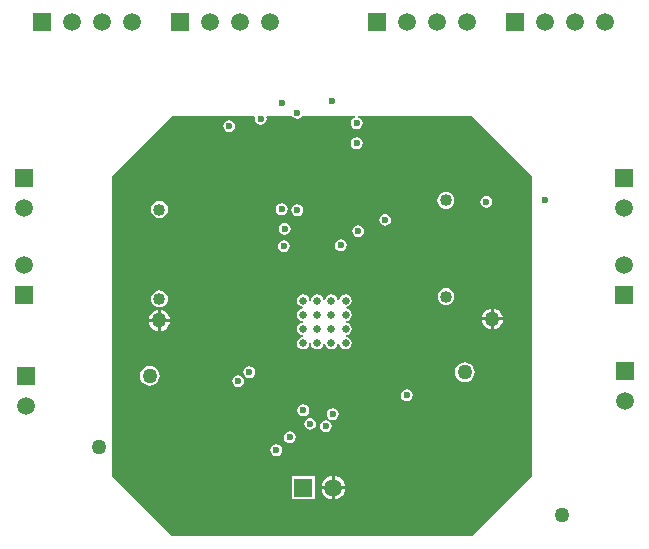
<source format=gbl>
%FSLAX25Y25*%
%MOIN*%
G70*
G01*
G75*
G04 Layer_Physical_Order=4*
G04 Layer_Color=16711680*
%ADD10R,0.07874X0.15748*%
%ADD11R,0.05906X0.04921*%
%ADD12R,0.04921X0.05906*%
%ADD13R,0.19685X0.19685*%
%ADD14R,0.01181X0.06693*%
%ADD15R,0.06693X0.01181*%
%ADD16R,0.05118X0.13583*%
%ADD17R,0.13583X0.05118*%
%ADD18C,0.01181*%
%ADD19C,0.03000*%
%ADD20C,0.02000*%
%ADD21R,0.05906X0.05906*%
%ADD22C,0.05906*%
%ADD23R,0.05906X0.05906*%
%ADD24C,0.02362*%
%ADD25C,0.05000*%
%ADD26C,0.04000*%
%ADD27C,0.02598*%
%ADD28R,0.27000X0.27000*%
%ADD29C,0.04000*%
%ADD30C,0.07543*%
G04:AMPARAMS|DCode=31|XSize=95.433mil|YSize=95.433mil|CornerRadius=0mil|HoleSize=0mil|Usage=FLASHONLY|Rotation=0.000|XOffset=0mil|YOffset=0mil|HoleType=Round|Shape=Relief|Width=10mil|Gap=10mil|Entries=4|*
%AMTHD31*
7,0,0,0.09543,0.07543,0.01000,45*
%
%ADD31THD31*%
%ADD32C,0.05378*%
%ADD33C,0.06800*%
%ADD34C,0.06500*%
G04:AMPARAMS|DCode=35|XSize=88mil|YSize=88mil|CornerRadius=0mil|HoleSize=0mil|Usage=FLASHONLY|Rotation=0.000|XOffset=0mil|YOffset=0mil|HoleType=Round|Shape=Relief|Width=10mil|Gap=10mil|Entries=4|*
%AMTHD35*
7,0,0,0.08800,0.06800,0.01000,45*
%
%ADD35THD35*%
%ADD36C,0.05299*%
G36*
X381765Y461153D02*
Y361153D01*
X361765Y341153D01*
X261765D01*
X241765Y361153D01*
Y461153D01*
X261765Y481153D01*
X289036D01*
X289353Y480766D01*
X289250Y480250D01*
X289403Y479485D01*
X289836Y478836D01*
X290485Y478403D01*
X291250Y478251D01*
X292015Y478403D01*
X292664Y478836D01*
X293097Y479485D01*
X293250Y480250D01*
X293147Y480766D01*
X293464Y481153D01*
X301875D01*
X302086Y480836D01*
X302735Y480403D01*
X303500Y480251D01*
X304265Y480403D01*
X304914Y480836D01*
X305125Y481153D01*
X322726D01*
X322775Y480655D01*
X322485Y480597D01*
X321836Y480164D01*
X321403Y479515D01*
X321251Y478750D01*
X321403Y477985D01*
X321836Y477336D01*
X322485Y476903D01*
X323250Y476751D01*
X324015Y476903D01*
X324664Y477336D01*
X325097Y477985D01*
X325250Y478750D01*
X325097Y479515D01*
X324664Y480164D01*
X324015Y480597D01*
X323725Y480655D01*
X323774Y481153D01*
X361765D01*
X381765Y461153D01*
D02*
G37*
%LPC*%
G36*
X283750Y394749D02*
X282985Y394597D01*
X282336Y394164D01*
X281903Y393515D01*
X281750Y392750D01*
X281903Y391985D01*
X282336Y391336D01*
X282985Y390903D01*
X283750Y390751D01*
X284515Y390903D01*
X285164Y391336D01*
X285597Y391985D01*
X285750Y392750D01*
X285597Y393515D01*
X285164Y394164D01*
X284515Y394597D01*
X283750Y394749D01*
D02*
G37*
G36*
X254250Y397808D02*
X253394Y397696D01*
X252596Y397365D01*
X251911Y396839D01*
X251385Y396154D01*
X251054Y395356D01*
X250942Y394500D01*
X251054Y393644D01*
X251385Y392846D01*
X251911Y392161D01*
X252596Y391635D01*
X253394Y391304D01*
X254250Y391192D01*
X255106Y391304D01*
X255904Y391635D01*
X256589Y392161D01*
X257115Y392846D01*
X257446Y393644D01*
X257558Y394500D01*
X257446Y395356D01*
X257115Y396154D01*
X256589Y396839D01*
X255904Y397365D01*
X255106Y397696D01*
X254250Y397808D01*
D02*
G37*
G36*
X305500Y384999D02*
X304735Y384847D01*
X304086Y384414D01*
X303653Y383765D01*
X303501Y383000D01*
X303653Y382235D01*
X304086Y381586D01*
X304735Y381153D01*
X305500Y381000D01*
X306265Y381153D01*
X306914Y381586D01*
X307347Y382235D01*
X307500Y383000D01*
X307347Y383765D01*
X306914Y384414D01*
X306265Y384847D01*
X305500Y384999D01*
D02*
G37*
G36*
X340000Y390000D02*
X339235Y389847D01*
X338586Y389414D01*
X338153Y388765D01*
X338000Y388000D01*
X338153Y387235D01*
X338586Y386586D01*
X339235Y386153D01*
X340000Y386000D01*
X340765Y386153D01*
X341414Y386586D01*
X341847Y387235D01*
X342000Y388000D01*
X341847Y388765D01*
X341414Y389414D01*
X340765Y389847D01*
X340000Y390000D01*
D02*
G37*
G36*
X359250Y399058D02*
X358394Y398946D01*
X357596Y398615D01*
X356911Y398089D01*
X356385Y397404D01*
X356054Y396606D01*
X355942Y395750D01*
X356054Y394894D01*
X356385Y394096D01*
X356911Y393411D01*
X357596Y392885D01*
X358394Y392554D01*
X359250Y392442D01*
X360106Y392554D01*
X360904Y392885D01*
X361589Y393411D01*
X362115Y394096D01*
X362446Y394894D01*
X362558Y395750D01*
X362446Y396606D01*
X362115Y397404D01*
X361589Y398089D01*
X360904Y398615D01*
X360106Y398946D01*
X359250Y399058D01*
D02*
G37*
G36*
X260964Y412500D02*
X258000D01*
Y409536D01*
X258414Y409590D01*
X259265Y409943D01*
X259996Y410504D01*
X260557Y411235D01*
X260910Y412086D01*
X260964Y412500D01*
D02*
G37*
G36*
X368000Y413000D02*
X365036D01*
X365090Y412586D01*
X365443Y411735D01*
X366004Y411004D01*
X366735Y410443D01*
X367586Y410090D01*
X368000Y410036D01*
Y413000D01*
D02*
G37*
G36*
X287500Y397749D02*
X286735Y397597D01*
X286086Y397164D01*
X285653Y396515D01*
X285501Y395750D01*
X285653Y394985D01*
X286086Y394336D01*
X286735Y393903D01*
X287500Y393751D01*
X288265Y393903D01*
X288914Y394336D01*
X289347Y394985D01*
X289499Y395750D01*
X289347Y396515D01*
X288914Y397164D01*
X288265Y397597D01*
X287500Y397749D01*
D02*
G37*
G36*
X257000Y412500D02*
X254036D01*
X254090Y412086D01*
X254443Y411235D01*
X255004Y410504D01*
X255735Y409943D01*
X256586Y409590D01*
X257000Y409536D01*
Y412500D01*
D02*
G37*
G36*
X315250Y383750D02*
X314485Y383597D01*
X313836Y383164D01*
X313403Y382515D01*
X313250Y381750D01*
X313403Y380985D01*
X313836Y380336D01*
X314485Y379903D01*
X315250Y379750D01*
X316015Y379903D01*
X316664Y380336D01*
X317097Y380985D01*
X317249Y381750D01*
X317097Y382515D01*
X316664Y383164D01*
X316015Y383597D01*
X315250Y383750D01*
D02*
G37*
G36*
X309233Y360983D02*
X301767D01*
Y353517D01*
X309233D01*
Y360983D01*
D02*
G37*
G36*
X315000Y361171D02*
X314468Y361101D01*
X313507Y360703D01*
X312681Y360069D01*
X312047Y359243D01*
X311649Y358282D01*
X311579Y357750D01*
X315000D01*
Y361171D01*
D02*
G37*
G36*
Y356750D02*
X311579D01*
X311649Y356218D01*
X312047Y355257D01*
X312681Y354431D01*
X313507Y353797D01*
X314468Y353399D01*
X315000Y353329D01*
Y356750D01*
D02*
G37*
G36*
X319421D02*
X316000D01*
Y353329D01*
X316532Y353399D01*
X317493Y353797D01*
X318319Y354431D01*
X318953Y355257D01*
X319351Y356218D01*
X319421Y356750D01*
D02*
G37*
G36*
X316000Y361171D02*
Y357750D01*
X319421D01*
X319351Y358282D01*
X318953Y359243D01*
X318319Y360069D01*
X317493Y360703D01*
X316532Y361101D01*
X316000Y361171D01*
D02*
G37*
G36*
X313000Y379749D02*
X312235Y379597D01*
X311586Y379164D01*
X311153Y378515D01*
X311000Y377750D01*
X311153Y376985D01*
X311586Y376336D01*
X312235Y375903D01*
X313000Y375750D01*
X313765Y375903D01*
X314414Y376336D01*
X314847Y376985D01*
X315000Y377750D01*
X314847Y378515D01*
X314414Y379164D01*
X313765Y379597D01*
X313000Y379749D01*
D02*
G37*
G36*
X307750Y380500D02*
X306985Y380347D01*
X306336Y379914D01*
X305903Y379265D01*
X305750Y378500D01*
X305903Y377735D01*
X306336Y377086D01*
X306985Y376653D01*
X307750Y376501D01*
X308515Y376653D01*
X309164Y377086D01*
X309597Y377735D01*
X309750Y378500D01*
X309597Y379265D01*
X309164Y379914D01*
X308515Y380347D01*
X307750Y380500D01*
D02*
G37*
G36*
X296500Y371749D02*
X295735Y371597D01*
X295086Y371164D01*
X294653Y370515D01*
X294500Y369750D01*
X294653Y368985D01*
X295086Y368336D01*
X295735Y367903D01*
X296500Y367751D01*
X297265Y367903D01*
X297914Y368336D01*
X298347Y368985D01*
X298499Y369750D01*
X298347Y370515D01*
X297914Y371164D01*
X297265Y371597D01*
X296500Y371749D01*
D02*
G37*
G36*
X301000Y375999D02*
X300235Y375847D01*
X299586Y375414D01*
X299153Y374765D01*
X299001Y374000D01*
X299153Y373235D01*
X299586Y372586D01*
X300235Y372153D01*
X301000Y372001D01*
X301765Y372153D01*
X302414Y372586D01*
X302847Y373235D01*
X302999Y374000D01*
X302847Y374765D01*
X302414Y375414D01*
X301765Y375847D01*
X301000Y375999D01*
D02*
G37*
G36*
X371964Y413000D02*
X369000D01*
Y410036D01*
X369414Y410090D01*
X370265Y410443D01*
X370996Y411004D01*
X371557Y411735D01*
X371910Y412586D01*
X371964Y413000D01*
D02*
G37*
G36*
X257555Y452749D02*
X256829Y452653D01*
X256153Y452373D01*
X255572Y451928D01*
X255127Y451347D01*
X254847Y450671D01*
X254751Y449945D01*
X254847Y449219D01*
X255127Y448543D01*
X255572Y447962D01*
X256153Y447517D01*
X256829Y447236D01*
X257555Y447141D01*
X258281Y447236D01*
X258957Y447517D01*
X259538Y447962D01*
X259983Y448543D01*
X260264Y449219D01*
X260359Y449945D01*
X260264Y450671D01*
X259983Y451347D01*
X259538Y451928D01*
X258957Y452373D01*
X258281Y452653D01*
X257555Y452749D01*
D02*
G37*
G36*
X303500Y451750D02*
X302735Y451597D01*
X302086Y451164D01*
X301653Y450515D01*
X301501Y449750D01*
X301653Y448985D01*
X302086Y448336D01*
X302735Y447903D01*
X303500Y447751D01*
X304265Y447903D01*
X304914Y448336D01*
X305347Y448985D01*
X305500Y449750D01*
X305347Y450515D01*
X304914Y451164D01*
X304265Y451597D01*
X303500Y451750D01*
D02*
G37*
G36*
X299250Y445500D02*
X298485Y445347D01*
X297836Y444914D01*
X297403Y444265D01*
X297251Y443500D01*
X297403Y442735D01*
X297836Y442086D01*
X298485Y441653D01*
X299250Y441501D01*
X300015Y441653D01*
X300664Y442086D01*
X301097Y442735D01*
X301250Y443500D01*
X301097Y444265D01*
X300664Y444914D01*
X300015Y445347D01*
X299250Y445500D01*
D02*
G37*
G36*
X332750Y448499D02*
X331985Y448347D01*
X331336Y447914D01*
X330903Y447265D01*
X330750Y446500D01*
X330903Y445735D01*
X331336Y445086D01*
X331985Y444653D01*
X332750Y444500D01*
X333515Y444653D01*
X334164Y445086D01*
X334597Y445735D01*
X334750Y446500D01*
X334597Y447265D01*
X334164Y447914D01*
X333515Y448347D01*
X332750Y448499D01*
D02*
G37*
G36*
X298250Y452000D02*
X297485Y451847D01*
X296836Y451414D01*
X296403Y450765D01*
X296251Y450000D01*
X296403Y449235D01*
X296836Y448586D01*
X297485Y448153D01*
X298250Y448000D01*
X299015Y448153D01*
X299664Y448586D01*
X300097Y449235D01*
X300250Y450000D01*
X300097Y450765D01*
X299664Y451414D01*
X299015Y451847D01*
X298250Y452000D01*
D02*
G37*
G36*
X323250Y474000D02*
X322485Y473847D01*
X321836Y473414D01*
X321403Y472765D01*
X321251Y472000D01*
X321403Y471235D01*
X321836Y470586D01*
X322485Y470153D01*
X323250Y470001D01*
X324015Y470153D01*
X324664Y470586D01*
X325097Y471235D01*
X325250Y472000D01*
X325097Y472765D01*
X324664Y473414D01*
X324015Y473847D01*
X323250Y474000D01*
D02*
G37*
G36*
X280750Y479749D02*
X279985Y479597D01*
X279336Y479164D01*
X278903Y478515D01*
X278750Y477750D01*
X278903Y476985D01*
X279336Y476336D01*
X279985Y475903D01*
X280750Y475750D01*
X281515Y475903D01*
X282164Y476336D01*
X282597Y476985D01*
X282750Y477750D01*
X282597Y478515D01*
X282164Y479164D01*
X281515Y479597D01*
X280750Y479749D01*
D02*
G37*
G36*
X353000Y455804D02*
X352274Y455708D01*
X351598Y455428D01*
X351017Y454983D01*
X350572Y454402D01*
X350292Y453726D01*
X350196Y453000D01*
X350292Y452274D01*
X350572Y451598D01*
X351017Y451017D01*
X351598Y450572D01*
X352274Y450292D01*
X353000Y450196D01*
X353726Y450292D01*
X354402Y450572D01*
X354983Y451017D01*
X355428Y451598D01*
X355708Y452274D01*
X355804Y453000D01*
X355708Y453726D01*
X355428Y454402D01*
X354983Y454983D01*
X354402Y455428D01*
X353726Y455708D01*
X353000Y455804D01*
D02*
G37*
G36*
X366500Y454499D02*
X365735Y454347D01*
X365086Y453914D01*
X364653Y453265D01*
X364500Y452500D01*
X364653Y451735D01*
X365086Y451086D01*
X365735Y450653D01*
X366500Y450500D01*
X367265Y450653D01*
X367914Y451086D01*
X368347Y451735D01*
X368499Y452500D01*
X368347Y453265D01*
X367914Y453914D01*
X367265Y454347D01*
X366500Y454499D01*
D02*
G37*
G36*
X323750Y444749D02*
X322985Y444597D01*
X322336Y444164D01*
X321903Y443515D01*
X321750Y442750D01*
X321903Y441985D01*
X322336Y441336D01*
X322985Y440903D01*
X323750Y440751D01*
X324515Y440903D01*
X325164Y441336D01*
X325597Y441985D01*
X325749Y442750D01*
X325597Y443515D01*
X325164Y444164D01*
X324515Y444597D01*
X323750Y444749D01*
D02*
G37*
G36*
X368000Y416964D02*
X367586Y416910D01*
X366735Y416557D01*
X366004Y415996D01*
X365443Y415265D01*
X365090Y414414D01*
X365036Y414000D01*
X368000D01*
Y416964D01*
D02*
G37*
G36*
X369000D02*
Y414000D01*
X371964D01*
X371910Y414414D01*
X371557Y415265D01*
X370996Y415996D01*
X370265Y416557D01*
X369414Y416910D01*
X369000Y416964D01*
D02*
G37*
G36*
X257000Y416464D02*
X256586Y416410D01*
X255735Y416057D01*
X255004Y415496D01*
X254443Y414765D01*
X254090Y413914D01*
X254036Y413500D01*
X257000D01*
Y416464D01*
D02*
G37*
G36*
X258000D02*
Y413500D01*
X260964D01*
X260910Y413914D01*
X260557Y414765D01*
X259996Y415496D01*
X259265Y416057D01*
X258414Y416410D01*
X258000Y416464D01*
D02*
G37*
G36*
X257555Y422999D02*
X256829Y422903D01*
X256153Y422623D01*
X255572Y422178D01*
X255127Y421597D01*
X254847Y420921D01*
X254751Y420195D01*
X254847Y419469D01*
X255127Y418793D01*
X255572Y418212D01*
X256153Y417767D01*
X256829Y417486D01*
X257555Y417391D01*
X258281Y417486D01*
X258957Y417767D01*
X259538Y418212D01*
X259983Y418793D01*
X260264Y419469D01*
X260359Y420195D01*
X260264Y420921D01*
X259983Y421597D01*
X259538Y422178D01*
X258957Y422623D01*
X258281Y422903D01*
X257555Y422999D01*
D02*
G37*
G36*
X299000Y439749D02*
X298235Y439597D01*
X297586Y439164D01*
X297153Y438515D01*
X297001Y437750D01*
X297153Y436985D01*
X297586Y436336D01*
X298235Y435903D01*
X299000Y435750D01*
X299765Y435903D01*
X300414Y436336D01*
X300847Y436985D01*
X300999Y437750D01*
X300847Y438515D01*
X300414Y439164D01*
X299765Y439597D01*
X299000Y439749D01*
D02*
G37*
G36*
X318000Y439999D02*
X317235Y439847D01*
X316586Y439414D01*
X316153Y438765D01*
X316001Y438000D01*
X316153Y437235D01*
X316586Y436586D01*
X317235Y436153D01*
X318000Y436000D01*
X318765Y436153D01*
X319414Y436586D01*
X319847Y437235D01*
X320000Y438000D01*
X319847Y438765D01*
X319414Y439414D01*
X318765Y439847D01*
X318000Y439999D01*
D02*
G37*
G36*
X353055Y423749D02*
X352329Y423653D01*
X351653Y423373D01*
X351072Y422928D01*
X350627Y422347D01*
X350347Y421671D01*
X350251Y420945D01*
X350347Y420219D01*
X350627Y419543D01*
X351072Y418962D01*
X351653Y418517D01*
X352329Y418236D01*
X353055Y418141D01*
X353781Y418236D01*
X354457Y418517D01*
X355038Y418962D01*
X355483Y419543D01*
X355764Y420219D01*
X355859Y420945D01*
X355764Y421671D01*
X355483Y422347D01*
X355038Y422928D01*
X354457Y423373D01*
X353781Y423653D01*
X353055Y423749D01*
D02*
G37*
G36*
X319587Y421706D02*
X318775Y421545D01*
X318088Y421086D01*
X317628Y420398D01*
X317474Y419626D01*
X316974D01*
X316821Y420398D01*
X316361Y421086D01*
X315673Y421545D01*
X314862Y421706D01*
X314051Y421545D01*
X313363Y421086D01*
X312904Y420398D01*
X312750Y419626D01*
X312250D01*
X312096Y420398D01*
X311637Y421086D01*
X310949Y421545D01*
X310138Y421706D01*
X309327Y421545D01*
X308639Y421086D01*
X308179Y420398D01*
X308026Y419626D01*
X307526D01*
X307372Y420398D01*
X306912Y421086D01*
X306225Y421545D01*
X305413Y421706D01*
X304602Y421545D01*
X303914Y421086D01*
X303455Y420398D01*
X303293Y419587D01*
X303455Y418775D01*
X303914Y418088D01*
X304602Y417628D01*
X305375Y417474D01*
Y416974D01*
X304602Y416821D01*
X303914Y416361D01*
X303455Y415673D01*
X303293Y414862D01*
X303455Y414051D01*
X303914Y413363D01*
X304602Y412904D01*
X305375Y412750D01*
Y412250D01*
X304602Y412096D01*
X303914Y411637D01*
X303455Y410949D01*
X303293Y410138D01*
X303455Y409327D01*
X303914Y408639D01*
X304602Y408179D01*
X305375Y408026D01*
Y407526D01*
X304602Y407372D01*
X303914Y406912D01*
X303455Y406225D01*
X303293Y405413D01*
X303455Y404602D01*
X303914Y403914D01*
X304602Y403455D01*
X305413Y403293D01*
X306225Y403455D01*
X306912Y403914D01*
X307372Y404602D01*
X307526Y405374D01*
X308026D01*
X308179Y404602D01*
X308639Y403914D01*
X309327Y403455D01*
X310138Y403293D01*
X310949Y403455D01*
X311637Y403914D01*
X312096Y404602D01*
X312250Y405374D01*
X312750D01*
X312904Y404602D01*
X313363Y403914D01*
X314051Y403455D01*
X314862Y403293D01*
X315673Y403455D01*
X316361Y403914D01*
X316821Y404602D01*
X316974Y405374D01*
X317474D01*
X317628Y404602D01*
X318088Y403914D01*
X318775Y403455D01*
X319587Y403293D01*
X320398Y403455D01*
X321086Y403914D01*
X321545Y404602D01*
X321707Y405413D01*
X321545Y406225D01*
X321086Y406912D01*
X320398Y407372D01*
X319625Y407526D01*
Y408026D01*
X320398Y408179D01*
X321086Y408639D01*
X321545Y409327D01*
X321707Y410138D01*
X321545Y410949D01*
X321086Y411637D01*
X320398Y412096D01*
X319625Y412250D01*
Y412750D01*
X320398Y412904D01*
X321086Y413363D01*
X321545Y414051D01*
X321707Y414862D01*
X321545Y415673D01*
X321086Y416361D01*
X320398Y416821D01*
X319625Y416974D01*
Y417474D01*
X320398Y417628D01*
X321086Y418088D01*
X321545Y418775D01*
X321707Y419587D01*
X321545Y420398D01*
X321086Y421086D01*
X320398Y421545D01*
X319587Y421706D01*
D02*
G37*
%LPD*%
D21*
X212500Y421500D02*
D03*
Y460500D02*
D03*
X412500D02*
D03*
Y421500D02*
D03*
X412750Y396000D02*
D03*
X213000Y394500D02*
D03*
D22*
X212500Y431500D02*
D03*
Y450500D02*
D03*
X412500D02*
D03*
Y431500D02*
D03*
X406000Y512500D02*
D03*
X396000D02*
D03*
X386000D02*
D03*
X360000D02*
D03*
X350000D02*
D03*
X340000D02*
D03*
X294500D02*
D03*
X284500D02*
D03*
X274500D02*
D03*
X248500D02*
D03*
X238500D02*
D03*
X228500D02*
D03*
X412750Y386000D02*
D03*
X213000Y384500D02*
D03*
X315500Y357250D02*
D03*
D23*
X376000Y512500D02*
D03*
X330000D02*
D03*
X264500D02*
D03*
X218500D02*
D03*
X305500Y357250D02*
D03*
D24*
X287500Y395750D02*
D03*
X301000Y374000D02*
D03*
X298250Y485500D02*
D03*
X323250Y478750D02*
D03*
Y472000D02*
D03*
X386000Y453000D02*
D03*
X296500Y369750D02*
D03*
X366500Y452500D02*
D03*
X307750Y378500D02*
D03*
X299000Y437750D02*
D03*
X299250Y443500D02*
D03*
X298250Y450000D02*
D03*
X303500Y482250D02*
D03*
Y449750D02*
D03*
X305500Y383000D02*
D03*
X340000Y388000D02*
D03*
X332750Y446500D02*
D03*
X283750Y392750D02*
D03*
X318000Y438000D02*
D03*
X280750Y477750D02*
D03*
X291250Y480250D02*
D03*
X323750Y442750D02*
D03*
X315000Y486000D02*
D03*
X315250Y381750D02*
D03*
X313000Y377750D02*
D03*
D25*
X359250Y395750D02*
D03*
X254250Y394500D02*
D03*
X368500Y413500D02*
D03*
X257500Y413000D02*
D03*
X391750Y348000D02*
D03*
X237250Y370750D02*
D03*
D26*
X353000Y453000D02*
D03*
X353055Y420945D02*
D03*
X257555Y449945D02*
D03*
Y420195D02*
D03*
D27*
X319587Y405413D02*
D03*
X314862D02*
D03*
X310138D02*
D03*
X305413D02*
D03*
X319587Y410138D02*
D03*
X314862D02*
D03*
X310138D02*
D03*
X305413D02*
D03*
X319587Y414862D02*
D03*
X314862D02*
D03*
X310138D02*
D03*
X305413D02*
D03*
X319587Y419587D02*
D03*
X314862D02*
D03*
X310138D02*
D03*
X305413D02*
D03*
M02*

</source>
